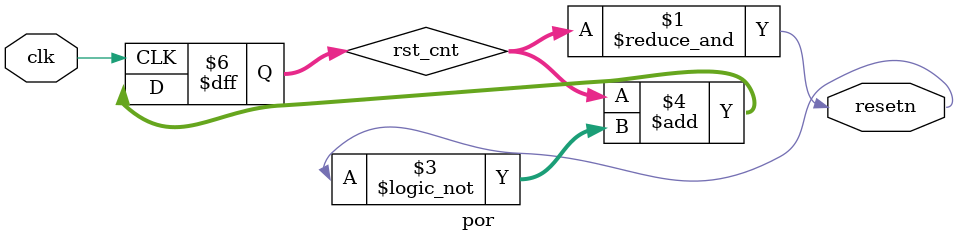
<source format=sv>
module por #(
    parameter N = 6
) (
    input  wire clk,
    output wire resetn
);
  reg [N-1:0] rst_cnt = 0;
  assign resetn = &rst_cnt;
  always @(posedge clk) rst_cnt <= rst_cnt + !resetn;
endmodule

</source>
